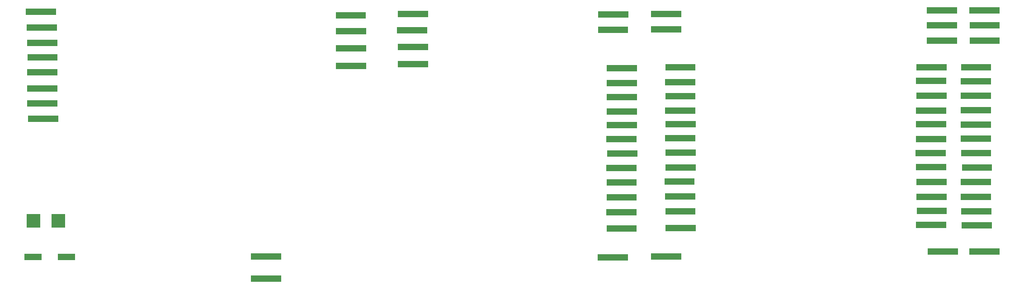
<source format=gbr>
G04 #@! TF.FileFunction,Paste,Top*
%FSLAX46Y46*%
G04 Gerber Fmt 4.6, Leading zero omitted, Abs format (unit mm)*
G04 Created by KiCad (PCBNEW 4.0.6) date 05/08/17 10:58:46*
%MOMM*%
%LPD*%
G01*
G04 APERTURE LIST*
%ADD10C,0.100000*%
%ADD11C,1.100000*%
%ADD12R,0.635000X1.270000*%
%ADD13R,3.300000X1.300000*%
%ADD14R,2.540000X2.540000*%
G04 APERTURE END LIST*
D10*
D11*
X211412500Y-90281700D03*
D12*
X211793500Y-90281700D03*
X212428500Y-90281700D03*
X211158500Y-90281700D03*
X210523500Y-90281700D03*
X209888500Y-90281700D03*
X213025400Y-90281700D03*
X213622300Y-90281700D03*
X209266200Y-90281700D03*
X208643900Y-90281700D03*
D11*
X213014500Y-82458500D03*
D12*
X213395500Y-82458500D03*
X214030500Y-82458500D03*
X212760500Y-82458500D03*
X212125500Y-82458500D03*
X211490500Y-82458500D03*
X214627400Y-82458500D03*
X215224300Y-82458500D03*
X210868200Y-82458500D03*
X210245900Y-82458500D03*
D11*
X203057700Y-90281700D03*
D12*
X203438700Y-90281700D03*
X204073700Y-90281700D03*
X202803700Y-90281700D03*
X202168700Y-90281700D03*
X201533700Y-90281700D03*
X204670600Y-90281700D03*
X205267500Y-90281700D03*
X200911400Y-90281700D03*
X200289100Y-90281700D03*
D11*
X205013500Y-82407700D03*
D12*
X205394500Y-82407700D03*
X206029500Y-82407700D03*
X204759500Y-82407700D03*
X204124500Y-82407700D03*
X203489500Y-82407700D03*
X206626400Y-82407700D03*
X207223300Y-82407700D03*
X202867200Y-82407700D03*
X202244900Y-82407700D03*
D11*
X156042300Y-90332500D03*
D12*
X156423300Y-90332500D03*
X157058300Y-90332500D03*
X155788300Y-90332500D03*
X155153300Y-90332500D03*
X154518300Y-90332500D03*
X157655200Y-90332500D03*
X158252100Y-90332500D03*
X153896000Y-90332500D03*
X153273700Y-90332500D03*
D11*
X153375300Y-80324900D03*
D12*
X153756300Y-80324900D03*
X154391300Y-80324900D03*
X153121300Y-80324900D03*
X152486300Y-80324900D03*
X151851300Y-80324900D03*
X154988200Y-80324900D03*
X155585100Y-80324900D03*
X151229000Y-80324900D03*
X150606700Y-80324900D03*
D11*
X145062300Y-90490100D03*
D12*
X145443300Y-90490100D03*
X146078300Y-90490100D03*
X144808300Y-90490100D03*
X144173300Y-90490100D03*
X143538300Y-90490100D03*
X146675200Y-90490100D03*
X147272100Y-90490100D03*
X142916000Y-90490100D03*
X142293700Y-90490100D03*
D11*
X143452700Y-80411500D03*
D12*
X143833700Y-80411500D03*
X144468700Y-80411500D03*
X143198700Y-80411500D03*
X142563700Y-80411500D03*
X141928700Y-80411500D03*
X145065600Y-80411500D03*
X145662500Y-80411500D03*
X141306400Y-80411500D03*
X140684100Y-80411500D03*
D11*
X211386100Y-103718300D03*
D12*
X211767100Y-103718300D03*
X212402100Y-103718300D03*
X211132100Y-103718300D03*
X210497100Y-103718300D03*
X209862100Y-103718300D03*
X212999000Y-103718300D03*
X213595900Y-103718300D03*
X209239800Y-103718300D03*
X208617500Y-103718300D03*
D11*
X202981500Y-103769100D03*
D12*
X203362500Y-103769100D03*
X203997500Y-103769100D03*
X202727500Y-103769100D03*
X202092500Y-103769100D03*
X201457500Y-103769100D03*
X204594400Y-103769100D03*
X205191300Y-103769100D03*
X200835200Y-103769100D03*
X200212900Y-103769100D03*
D11*
X211411500Y-106385300D03*
D12*
X211792500Y-106385300D03*
X212427500Y-106385300D03*
X211157500Y-106385300D03*
X210522500Y-106385300D03*
X209887500Y-106385300D03*
X213024400Y-106385300D03*
X213621300Y-106385300D03*
X209265200Y-106385300D03*
X208642900Y-106385300D03*
D11*
X202879900Y-106385300D03*
D12*
X203260900Y-106385300D03*
X203895900Y-106385300D03*
X202625900Y-106385300D03*
X201990900Y-106385300D03*
X201355900Y-106385300D03*
X204492800Y-106385300D03*
X205089700Y-106385300D03*
X200733600Y-106385300D03*
X200111300Y-106385300D03*
D11*
X156067700Y-106309100D03*
D12*
X156448700Y-106309100D03*
X157083700Y-106309100D03*
X155813700Y-106309100D03*
X155178700Y-106309100D03*
X154543700Y-106309100D03*
X157680600Y-106309100D03*
X158277500Y-106309100D03*
X153921400Y-106309100D03*
X153299100Y-106309100D03*
D11*
X145138500Y-106466700D03*
D12*
X145519500Y-106466700D03*
X146154500Y-106466700D03*
X144884500Y-106466700D03*
X144249500Y-106466700D03*
X143614500Y-106466700D03*
X146751400Y-106466700D03*
X147348300Y-106466700D03*
X142992200Y-106466700D03*
X142369900Y-106466700D03*
D11*
X211587500Y-109077700D03*
D12*
X211968500Y-109077700D03*
X212603500Y-109077700D03*
X211333500Y-109077700D03*
X210698500Y-109077700D03*
X210063500Y-109077700D03*
X213200400Y-109077700D03*
X213797300Y-109077700D03*
X209441200Y-109077700D03*
X208818900Y-109077700D03*
D11*
X202981500Y-109026900D03*
D12*
X203362500Y-109026900D03*
X203997500Y-109026900D03*
X202727500Y-109026900D03*
X202092500Y-109026900D03*
X201457500Y-109026900D03*
X204594400Y-109026900D03*
X205191300Y-109026900D03*
X200835200Y-109026900D03*
X200212900Y-109026900D03*
D11*
X156093100Y-109077700D03*
D12*
X156474100Y-109077700D03*
X157109100Y-109077700D03*
X155839100Y-109077700D03*
X155204100Y-109077700D03*
X154569100Y-109077700D03*
X157706000Y-109077700D03*
X158302900Y-109077700D03*
X153946800Y-109077700D03*
X153324500Y-109077700D03*
D11*
X145011500Y-109235300D03*
D12*
X145392500Y-109235300D03*
X146027500Y-109235300D03*
X144757500Y-109235300D03*
X144122500Y-109235300D03*
X143487500Y-109235300D03*
X146624400Y-109235300D03*
X147221300Y-109235300D03*
X142865200Y-109235300D03*
X142242900Y-109235300D03*
D11*
X145062300Y-95900300D03*
D12*
X145443300Y-95900300D03*
X146078300Y-95900300D03*
X144808300Y-95900300D03*
X144173300Y-95900300D03*
X143538300Y-95900300D03*
X146675200Y-95900300D03*
X147272100Y-95900300D03*
X142916000Y-95900300D03*
X142293700Y-95900300D03*
D11*
X145036900Y-120512900D03*
D12*
X145417900Y-120512900D03*
X146052900Y-120512900D03*
X144782900Y-120512900D03*
X144147900Y-120512900D03*
X143512900Y-120512900D03*
X146649800Y-120512900D03*
X147246700Y-120512900D03*
X142890600Y-120512900D03*
X142268300Y-120512900D03*
D11*
X145011500Y-103799700D03*
D12*
X145392500Y-103799700D03*
X146027500Y-103799700D03*
X144757500Y-103799700D03*
X144122500Y-103799700D03*
X143487500Y-103799700D03*
X146624400Y-103799700D03*
X147221300Y-103799700D03*
X142865200Y-103799700D03*
X142242900Y-103799700D03*
D11*
X145036900Y-111902300D03*
D12*
X145417900Y-111902300D03*
X146052900Y-111902300D03*
X144782900Y-111902300D03*
X144147900Y-111902300D03*
X143512900Y-111902300D03*
X146649800Y-111902300D03*
X147246700Y-111902300D03*
X142890600Y-111902300D03*
X142268300Y-111902300D03*
D11*
X211338100Y-92948700D03*
D12*
X211719100Y-92948700D03*
X212354100Y-92948700D03*
X211084100Y-92948700D03*
X210449100Y-92948700D03*
X209814100Y-92948700D03*
X212951000Y-92948700D03*
X213547900Y-92948700D03*
X209191800Y-92948700D03*
X208569500Y-92948700D03*
D11*
X203006900Y-92897900D03*
D12*
X203387900Y-92897900D03*
X204022900Y-92897900D03*
X202752900Y-92897900D03*
X202117900Y-92897900D03*
X201482900Y-92897900D03*
X204619800Y-92897900D03*
X205216700Y-92897900D03*
X200860600Y-92897900D03*
X200238300Y-92897900D03*
D11*
X211361700Y-114614900D03*
D12*
X211742700Y-114614900D03*
X212377700Y-114614900D03*
X211107700Y-114614900D03*
X210472700Y-114614900D03*
X209837700Y-114614900D03*
X212974600Y-114614900D03*
X213571500Y-114614900D03*
X209215400Y-114614900D03*
X208593100Y-114614900D03*
D11*
X203057700Y-114614900D03*
D12*
X203438700Y-114614900D03*
X204073700Y-114614900D03*
X202803700Y-114614900D03*
X202168700Y-114614900D03*
X201533700Y-114614900D03*
X204670600Y-114614900D03*
X205267500Y-114614900D03*
X200911400Y-114614900D03*
X200289100Y-114614900D03*
D11*
X156016900Y-114513300D03*
D12*
X156397900Y-114513300D03*
X157032900Y-114513300D03*
X155762900Y-114513300D03*
X155127900Y-114513300D03*
X154492900Y-114513300D03*
X157629800Y-114513300D03*
X158226700Y-114513300D03*
X153870600Y-114513300D03*
X153248300Y-114513300D03*
D11*
X145036900Y-114696300D03*
D12*
X145417900Y-114696300D03*
X146052900Y-114696300D03*
X144782900Y-114696300D03*
X144147900Y-114696300D03*
X143512900Y-114696300D03*
X146649800Y-114696300D03*
X147246700Y-114696300D03*
X142890600Y-114696300D03*
X142268300Y-114696300D03*
D11*
X211388900Y-98384300D03*
D12*
X211769900Y-98384300D03*
X212404900Y-98384300D03*
X211134900Y-98384300D03*
X210499900Y-98384300D03*
X209864900Y-98384300D03*
X213001800Y-98384300D03*
X213598700Y-98384300D03*
X209242600Y-98384300D03*
X208620300Y-98384300D03*
D11*
X202981500Y-98409700D03*
D12*
X203362500Y-98409700D03*
X203997500Y-98409700D03*
X202727500Y-98409700D03*
X202092500Y-98409700D03*
X201457500Y-98409700D03*
X204594400Y-98409700D03*
X205191300Y-98409700D03*
X200835200Y-98409700D03*
X200212900Y-98409700D03*
D11*
X155966100Y-98409700D03*
D12*
X156347100Y-98409700D03*
X156982100Y-98409700D03*
X155712100Y-98409700D03*
X155077100Y-98409700D03*
X154442100Y-98409700D03*
X157579000Y-98409700D03*
X158175900Y-98409700D03*
X153819800Y-98409700D03*
X153197500Y-98409700D03*
D11*
X145062300Y-98592700D03*
D12*
X145443300Y-98592700D03*
X146078300Y-98592700D03*
X144808300Y-98592700D03*
X144173300Y-98592700D03*
X143538300Y-98592700D03*
X146675200Y-98592700D03*
X147272100Y-98592700D03*
X142916000Y-98592700D03*
X142293700Y-98592700D03*
D11*
X213014500Y-85354100D03*
D12*
X213395500Y-85354100D03*
X214030500Y-85354100D03*
X212760500Y-85354100D03*
X212125500Y-85354100D03*
X211490500Y-85354100D03*
X214627400Y-85354100D03*
X215224300Y-85354100D03*
X210868200Y-85354100D03*
X210245900Y-85354100D03*
D11*
X212963700Y-124825700D03*
D12*
X213344700Y-124825700D03*
X213979700Y-124825700D03*
X212709700Y-124825700D03*
X212074700Y-124825700D03*
X211439700Y-124825700D03*
X214576600Y-124825700D03*
X215173500Y-124825700D03*
X210817400Y-124825700D03*
X210195100Y-124825700D03*
D11*
X205038900Y-85354100D03*
D12*
X205419900Y-85354100D03*
X206054900Y-85354100D03*
X204784900Y-85354100D03*
X204149900Y-85354100D03*
X203514900Y-85354100D03*
X206651800Y-85354100D03*
X207248700Y-85354100D03*
X202892600Y-85354100D03*
X202270300Y-85354100D03*
D11*
X205165900Y-124876500D03*
D12*
X205546900Y-124876500D03*
X206181900Y-124876500D03*
X204911900Y-124876500D03*
X204276900Y-124876500D03*
X203641900Y-124876500D03*
X206778800Y-124876500D03*
X207375700Y-124876500D03*
X203019600Y-124876500D03*
X202397300Y-124876500D03*
D11*
X143351700Y-125931900D03*
D12*
X143732700Y-125931900D03*
X144367700Y-125931900D03*
X143097700Y-125931900D03*
X142462700Y-125931900D03*
X141827700Y-125931900D03*
X144964600Y-125931900D03*
X145561500Y-125931900D03*
X141205400Y-125931900D03*
X140583100Y-125931900D03*
D11*
X153375300Y-83245900D03*
D12*
X153756300Y-83245900D03*
X154391300Y-83245900D03*
X153121300Y-83245900D03*
X152486300Y-83245900D03*
X151851300Y-83245900D03*
X154988200Y-83245900D03*
X155585100Y-83245900D03*
X151229000Y-83245900D03*
X150606700Y-83245900D03*
D11*
X153400700Y-125790900D03*
D12*
X153781700Y-125790900D03*
X154416700Y-125790900D03*
X153146700Y-125790900D03*
X152511700Y-125790900D03*
X151876700Y-125790900D03*
X155013600Y-125790900D03*
X155610500Y-125790900D03*
X151254400Y-125790900D03*
X150632100Y-125790900D03*
D11*
X155966100Y-93126500D03*
D12*
X156347100Y-93126500D03*
X156982100Y-93126500D03*
X155712100Y-93126500D03*
X155077100Y-93126500D03*
X154442100Y-93126500D03*
X157579000Y-93126500D03*
X158175900Y-93126500D03*
X153819800Y-93126500D03*
X153197500Y-93126500D03*
D11*
X156042300Y-95742700D03*
D12*
X156423300Y-95742700D03*
X157058300Y-95742700D03*
X155788300Y-95742700D03*
X155153300Y-95742700D03*
X154518300Y-95742700D03*
X157655200Y-95742700D03*
X158252100Y-95742700D03*
X153896000Y-95742700D03*
X153273700Y-95742700D03*
D11*
X156016900Y-103642100D03*
D12*
X156397900Y-103642100D03*
X157032900Y-103642100D03*
X155762900Y-103642100D03*
X155127900Y-103642100D03*
X154492900Y-103642100D03*
X157629800Y-103642100D03*
X158226700Y-103642100D03*
X153870600Y-103642100D03*
X153248300Y-103642100D03*
D11*
X155864500Y-111770100D03*
D12*
X156245500Y-111770100D03*
X156880500Y-111770100D03*
X155610500Y-111770100D03*
X154975500Y-111770100D03*
X154340500Y-111770100D03*
X157477400Y-111770100D03*
X158074300Y-111770100D03*
X153718200Y-111770100D03*
X153095900Y-111770100D03*
D11*
X156067700Y-120431500D03*
D12*
X156448700Y-120431500D03*
X157083700Y-120431500D03*
X155813700Y-120431500D03*
X155178700Y-120431500D03*
X154543700Y-120431500D03*
X157680600Y-120431500D03*
X158277500Y-120431500D03*
X153921400Y-120431500D03*
X153299100Y-120431500D03*
D11*
X145087700Y-93309500D03*
D12*
X145468700Y-93309500D03*
X146103700Y-93309500D03*
X144833700Y-93309500D03*
X144198700Y-93309500D03*
X143563700Y-93309500D03*
X146700600Y-93309500D03*
X147297500Y-93309500D03*
X142941400Y-93309500D03*
X142319100Y-93309500D03*
D11*
X212963700Y-79664500D03*
D12*
X213344700Y-79664500D03*
X213979700Y-79664500D03*
X212709700Y-79664500D03*
X212074700Y-79664500D03*
X211439700Y-79664500D03*
X214576600Y-79664500D03*
X215173500Y-79664500D03*
X210817400Y-79664500D03*
X210195100Y-79664500D03*
D11*
X211510300Y-119948900D03*
D12*
X211891300Y-119948900D03*
X212526300Y-119948900D03*
X211256300Y-119948900D03*
X210621300Y-119948900D03*
X209986300Y-119948900D03*
X213123200Y-119948900D03*
X213720100Y-119948900D03*
X209364000Y-119948900D03*
X208741700Y-119948900D03*
D11*
X211397900Y-111846300D03*
D12*
X211778900Y-111846300D03*
X212413900Y-111846300D03*
X211143900Y-111846300D03*
X210508900Y-111846300D03*
X209873900Y-111846300D03*
X213010800Y-111846300D03*
X213607700Y-111846300D03*
X209251600Y-111846300D03*
X208629300Y-111846300D03*
D11*
X205038900Y-79639100D03*
D12*
X205419900Y-79639100D03*
X206054900Y-79639100D03*
X204784900Y-79639100D03*
X204149900Y-79639100D03*
X203514900Y-79639100D03*
X206651800Y-79639100D03*
X207248700Y-79639100D03*
X202892600Y-79639100D03*
X202270300Y-79639100D03*
D11*
X202981500Y-119898100D03*
D12*
X203362500Y-119898100D03*
X203997500Y-119898100D03*
X202727500Y-119898100D03*
X202092500Y-119898100D03*
X201457500Y-119898100D03*
X204594400Y-119898100D03*
X205191300Y-119898100D03*
X200835200Y-119898100D03*
X200212900Y-119898100D03*
D11*
X203057700Y-111846300D03*
D12*
X203438700Y-111846300D03*
X204073700Y-111846300D03*
X202803700Y-111846300D03*
X202168700Y-111846300D03*
X201533700Y-111846300D03*
X204670600Y-111846300D03*
X205267500Y-111846300D03*
X200911400Y-111846300D03*
X200289100Y-111846300D03*
D11*
X143426900Y-83259900D03*
D12*
X143807900Y-83259900D03*
X144442900Y-83259900D03*
X143172900Y-83259900D03*
X142537900Y-83259900D03*
X141902900Y-83259900D03*
X145039800Y-83259900D03*
X145636700Y-83259900D03*
X141280600Y-83259900D03*
X140658300Y-83259900D03*
D11*
X211338100Y-95641100D03*
D12*
X211719100Y-95641100D03*
X212354100Y-95641100D03*
X211084100Y-95641100D03*
X210449100Y-95641100D03*
X209814100Y-95641100D03*
X212951000Y-95641100D03*
X213547900Y-95641100D03*
X209191800Y-95641100D03*
X208569500Y-95641100D03*
D11*
X203057700Y-95666500D03*
D12*
X203438700Y-95666500D03*
X204073700Y-95666500D03*
X202803700Y-95666500D03*
X202168700Y-95666500D03*
X201533700Y-95666500D03*
X204670600Y-95666500D03*
X205267500Y-95666500D03*
X200911400Y-95666500D03*
X200289100Y-95666500D03*
D11*
X211484900Y-117307300D03*
D12*
X211865900Y-117307300D03*
X212500900Y-117307300D03*
X211230900Y-117307300D03*
X210595900Y-117307300D03*
X209960900Y-117307300D03*
X213097800Y-117307300D03*
X213694700Y-117307300D03*
X209338600Y-117307300D03*
X208716300Y-117307300D03*
D11*
X203108500Y-117281900D03*
D12*
X203489500Y-117281900D03*
X204124500Y-117281900D03*
X202854500Y-117281900D03*
X202219500Y-117281900D03*
X201584500Y-117281900D03*
X204721400Y-117281900D03*
X205318300Y-117281900D03*
X200962200Y-117281900D03*
X200339900Y-117281900D03*
D11*
X156042300Y-117307300D03*
D12*
X156423300Y-117307300D03*
X157058300Y-117307300D03*
X155788300Y-117307300D03*
X155153300Y-117307300D03*
X154518300Y-117307300D03*
X157655200Y-117307300D03*
X158252100Y-117307300D03*
X153896000Y-117307300D03*
X153273700Y-117307300D03*
D11*
X145011500Y-117490300D03*
D12*
X145392500Y-117490300D03*
X146027500Y-117490300D03*
X144757500Y-117490300D03*
X144122500Y-117490300D03*
X143487500Y-117490300D03*
X146624400Y-117490300D03*
X147221300Y-117490300D03*
X142865200Y-117490300D03*
X142242900Y-117490300D03*
D11*
X211374300Y-101051300D03*
D12*
X211755300Y-101051300D03*
X212390300Y-101051300D03*
X211120300Y-101051300D03*
X210485300Y-101051300D03*
X209850300Y-101051300D03*
X212987200Y-101051300D03*
X213584100Y-101051300D03*
X209228000Y-101051300D03*
X208605700Y-101051300D03*
D11*
X203006900Y-100975100D03*
D12*
X203387900Y-100975100D03*
X204022900Y-100975100D03*
X202752900Y-100975100D03*
X202117900Y-100975100D03*
X201482900Y-100975100D03*
X204619800Y-100975100D03*
X205216700Y-100975100D03*
X200860600Y-100975100D03*
X200238300Y-100975100D03*
D11*
X156067700Y-100949700D03*
D12*
X156448700Y-100949700D03*
X157083700Y-100949700D03*
X155813700Y-100949700D03*
X155178700Y-100949700D03*
X154543700Y-100949700D03*
X157680600Y-100949700D03*
X158277500Y-100949700D03*
X153921400Y-100949700D03*
X153299100Y-100949700D03*
D11*
X145087700Y-101158100D03*
D12*
X145468700Y-101158100D03*
X146103700Y-101158100D03*
X144833700Y-101158100D03*
X144198700Y-101158100D03*
X143563700Y-101158100D03*
X146700600Y-101158100D03*
X147297500Y-101158100D03*
X142941400Y-101158100D03*
X142319100Y-101158100D03*
D11*
X78462700Y-125832900D03*
D12*
X78843700Y-125832900D03*
X79478700Y-125832900D03*
X78208700Y-125832900D03*
X77573700Y-125832900D03*
X76938700Y-125832900D03*
X80075600Y-125832900D03*
X80672500Y-125832900D03*
X76316400Y-125832900D03*
X75694100Y-125832900D03*
D11*
X78444500Y-129966900D03*
D12*
X78825500Y-129966900D03*
X79460500Y-129966900D03*
X78190500Y-129966900D03*
X77555500Y-129966900D03*
X76920500Y-129966900D03*
X80057400Y-129966900D03*
X80654300Y-129966900D03*
X76298200Y-129966900D03*
X75675900Y-129966900D03*
D11*
X105812100Y-83378900D03*
D12*
X106193100Y-83378900D03*
X106828100Y-83378900D03*
X105558100Y-83378900D03*
X104923100Y-83378900D03*
X104288100Y-83378900D03*
X107425000Y-83378900D03*
X108021900Y-83378900D03*
X103665800Y-83378900D03*
X103043500Y-83378900D03*
D11*
X105967100Y-80342900D03*
D12*
X106348100Y-80342900D03*
X106983100Y-80342900D03*
X105713100Y-80342900D03*
X105078100Y-80342900D03*
X104443100Y-80342900D03*
X107580000Y-80342900D03*
X108176900Y-80342900D03*
X103820800Y-80342900D03*
X103198500Y-80342900D03*
D11*
X94338100Y-86737900D03*
D12*
X94719100Y-86737900D03*
X95354100Y-86737900D03*
X94084100Y-86737900D03*
X93449100Y-86737900D03*
X92814100Y-86737900D03*
X95951000Y-86737900D03*
X96547900Y-86737900D03*
X92191800Y-86737900D03*
X91569500Y-86737900D03*
D11*
X94371100Y-90044900D03*
D12*
X94752100Y-90044900D03*
X95387100Y-90044900D03*
X94117100Y-90044900D03*
X93482100Y-90044900D03*
X92847100Y-90044900D03*
X95984000Y-90044900D03*
X96580900Y-90044900D03*
X92224800Y-90044900D03*
X91602500Y-90044900D03*
D11*
X105967100Y-86521900D03*
D12*
X106348100Y-86521900D03*
X106983100Y-86521900D03*
X105713100Y-86521900D03*
X105078100Y-86521900D03*
X104443100Y-86521900D03*
X107580000Y-86521900D03*
X108176900Y-86521900D03*
X103820800Y-86521900D03*
X103198500Y-86521900D03*
D11*
X94313100Y-80550900D03*
D12*
X94694100Y-80550900D03*
X95329100Y-80550900D03*
X94059100Y-80550900D03*
X93424100Y-80550900D03*
X92789100Y-80550900D03*
X95926000Y-80550900D03*
X96522900Y-80550900D03*
X92166800Y-80550900D03*
X91544500Y-80550900D03*
D11*
X94363100Y-83584900D03*
D12*
X94744100Y-83584900D03*
X95379100Y-83584900D03*
X94109100Y-83584900D03*
X93474100Y-83584900D03*
X92839100Y-83584900D03*
X95976000Y-83584900D03*
X96572900Y-83584900D03*
X92216800Y-83584900D03*
X91594500Y-83584900D03*
D11*
X105966100Y-89744900D03*
D12*
X106347100Y-89744900D03*
X106982100Y-89744900D03*
X105712100Y-89744900D03*
X105077100Y-89744900D03*
X104442100Y-89744900D03*
X107579000Y-89744900D03*
X108175900Y-89744900D03*
X103819800Y-89744900D03*
X103197500Y-89744900D03*
D11*
X36267100Y-79918900D03*
D12*
X36648100Y-79918900D03*
X37283100Y-79918900D03*
X36013100Y-79918900D03*
X35378100Y-79918900D03*
X34743100Y-79918900D03*
X37880000Y-79918900D03*
X38476900Y-79918900D03*
X34120800Y-79918900D03*
X33498500Y-79918900D03*
D11*
X36453100Y-82863900D03*
D12*
X36834100Y-82863900D03*
X37469100Y-82863900D03*
X36199100Y-82863900D03*
X35564100Y-82863900D03*
X34929100Y-82863900D03*
X38066000Y-82863900D03*
X38662900Y-82863900D03*
X34306800Y-82863900D03*
X33684500Y-82863900D03*
D11*
X36565100Y-91288900D03*
D12*
X36946100Y-91288900D03*
X37581100Y-91288900D03*
X36311100Y-91288900D03*
X35676100Y-91288900D03*
X35041100Y-91288900D03*
X38178000Y-91288900D03*
X38774900Y-91288900D03*
X34418800Y-91288900D03*
X33796500Y-91288900D03*
D11*
X36554100Y-94266900D03*
D12*
X36935100Y-94266900D03*
X37570100Y-94266900D03*
X36300100Y-94266900D03*
X35665100Y-94266900D03*
X35030100Y-94266900D03*
X38167000Y-94266900D03*
X38763900Y-94266900D03*
X34407800Y-94266900D03*
X33785500Y-94266900D03*
D11*
X36532100Y-85706900D03*
D12*
X36913100Y-85706900D03*
X37548100Y-85706900D03*
X36278100Y-85706900D03*
X35643100Y-85706900D03*
X35008100Y-85706900D03*
X38145000Y-85706900D03*
X38741900Y-85706900D03*
X34385800Y-85706900D03*
X33763500Y-85706900D03*
D11*
X36704100Y-99946900D03*
D12*
X37085100Y-99946900D03*
X37720100Y-99946900D03*
X36450100Y-99946900D03*
X35815100Y-99946900D03*
X35180100Y-99946900D03*
X38317000Y-99946900D03*
X38913900Y-99946900D03*
X34557800Y-99946900D03*
X33935500Y-99946900D03*
D11*
X36555100Y-97130900D03*
D12*
X36936100Y-97130900D03*
X37571100Y-97130900D03*
X36301100Y-97130900D03*
X35666100Y-97130900D03*
X35031100Y-97130900D03*
X38168000Y-97130900D03*
X38764900Y-97130900D03*
X34408800Y-97130900D03*
X33786500Y-97130900D03*
D11*
X36569100Y-88491900D03*
D12*
X36950100Y-88491900D03*
X37585100Y-88491900D03*
X36315100Y-88491900D03*
X35680100Y-88491900D03*
X35045100Y-88491900D03*
X38182000Y-88491900D03*
X38778900Y-88491900D03*
X34422800Y-88491900D03*
X33800500Y-88491900D03*
D13*
X40803100Y-125882900D03*
X34553100Y-125882900D03*
D14*
X34582600Y-119081900D03*
X39281600Y-119081900D03*
M02*

</source>
